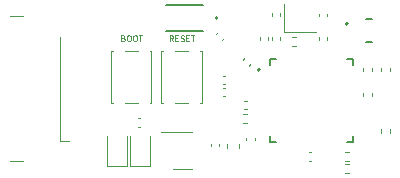
<source format=gbr>
%TF.GenerationSoftware,KiCad,Pcbnew,(6.0.7)*%
%TF.CreationDate,2023-03-11T05:38:16-08:00*%
%TF.ProjectId,ESP_SoC,4553505f-536f-4432-9e6b-696361645f70,rev?*%
%TF.SameCoordinates,Original*%
%TF.FileFunction,Legend,Top*%
%TF.FilePolarity,Positive*%
%FSLAX46Y46*%
G04 Gerber Fmt 4.6, Leading zero omitted, Abs format (unit mm)*
G04 Created by KiCad (PCBNEW (6.0.7)) date 2023-03-11 05:38:16*
%MOMM*%
%LPD*%
G01*
G04 APERTURE LIST*
%ADD10C,0.125000*%
%ADD11C,0.150000*%
%ADD12C,0.120000*%
%ADD13C,0.127000*%
%ADD14C,0.200000*%
G04 APERTURE END LIST*
D10*
X112273809Y-94726190D02*
X112107142Y-94488095D01*
X111988095Y-94726190D02*
X111988095Y-94226190D01*
X112178571Y-94226190D01*
X112226190Y-94250000D01*
X112250000Y-94273809D01*
X112273809Y-94321428D01*
X112273809Y-94392857D01*
X112250000Y-94440476D01*
X112226190Y-94464285D01*
X112178571Y-94488095D01*
X111988095Y-94488095D01*
X112488095Y-94464285D02*
X112654761Y-94464285D01*
X112726190Y-94726190D02*
X112488095Y-94726190D01*
X112488095Y-94226190D01*
X112726190Y-94226190D01*
X112916666Y-94702380D02*
X112988095Y-94726190D01*
X113107142Y-94726190D01*
X113154761Y-94702380D01*
X113178571Y-94678571D01*
X113202380Y-94630952D01*
X113202380Y-94583333D01*
X113178571Y-94535714D01*
X113154761Y-94511904D01*
X113107142Y-94488095D01*
X113011904Y-94464285D01*
X112964285Y-94440476D01*
X112940476Y-94416666D01*
X112916666Y-94369047D01*
X112916666Y-94321428D01*
X112940476Y-94273809D01*
X112964285Y-94250000D01*
X113011904Y-94226190D01*
X113130952Y-94226190D01*
X113202380Y-94250000D01*
X113416666Y-94464285D02*
X113583333Y-94464285D01*
X113654761Y-94726190D02*
X113416666Y-94726190D01*
X113416666Y-94226190D01*
X113654761Y-94226190D01*
X113797619Y-94226190D02*
X114083333Y-94226190D01*
X113940476Y-94726190D02*
X113940476Y-94226190D01*
X108071428Y-94464285D02*
X108142857Y-94488095D01*
X108166666Y-94511904D01*
X108190476Y-94559523D01*
X108190476Y-94630952D01*
X108166666Y-94678571D01*
X108142857Y-94702380D01*
X108095238Y-94726190D01*
X107904761Y-94726190D01*
X107904761Y-94226190D01*
X108071428Y-94226190D01*
X108119047Y-94250000D01*
X108142857Y-94273809D01*
X108166666Y-94321428D01*
X108166666Y-94369047D01*
X108142857Y-94416666D01*
X108119047Y-94440476D01*
X108071428Y-94464285D01*
X107904761Y-94464285D01*
X108500000Y-94226190D02*
X108595238Y-94226190D01*
X108642857Y-94250000D01*
X108690476Y-94297619D01*
X108714285Y-94392857D01*
X108714285Y-94559523D01*
X108690476Y-94654761D01*
X108642857Y-94702380D01*
X108595238Y-94726190D01*
X108500000Y-94726190D01*
X108452380Y-94702380D01*
X108404761Y-94654761D01*
X108380952Y-94559523D01*
X108380952Y-94392857D01*
X108404761Y-94297619D01*
X108452380Y-94250000D01*
X108500000Y-94226190D01*
X109023809Y-94226190D02*
X109119047Y-94226190D01*
X109166666Y-94250000D01*
X109214285Y-94297619D01*
X109238095Y-94392857D01*
X109238095Y-94559523D01*
X109214285Y-94654761D01*
X109166666Y-94702380D01*
X109119047Y-94726190D01*
X109023809Y-94726190D01*
X108976190Y-94702380D01*
X108928571Y-94654761D01*
X108904761Y-94559523D01*
X108904761Y-94392857D01*
X108928571Y-94297619D01*
X108976190Y-94250000D01*
X109023809Y-94226190D01*
X109380952Y-94226190D02*
X109666666Y-94226190D01*
X109523809Y-94726190D02*
X109523809Y-94226190D01*
D11*
%TO.C,*%
D12*
%TO.C,R2*%
X118246359Y-100920000D02*
X118553641Y-100920000D01*
X118246359Y-101680000D02*
X118553641Y-101680000D01*
%TO.C,J1*%
X102720000Y-103150000D02*
X103475000Y-103150000D01*
X102720000Y-103150000D02*
X102720000Y-94350000D01*
X99550000Y-104895000D02*
X98500000Y-104895000D01*
X99550000Y-92605000D02*
X98500000Y-92605000D01*
%TO.C,C2*%
X119640000Y-94607836D02*
X119640000Y-94392164D01*
X120360000Y-94607836D02*
X120360000Y-94392164D01*
%TO.C,R4*%
X126846359Y-104880000D02*
X127153641Y-104880000D01*
X126846359Y-104120000D02*
X127153641Y-104120000D01*
%TO.C,C7*%
X118490000Y-102892164D02*
X118490000Y-103107836D01*
X119210000Y-102892164D02*
X119210000Y-103107836D01*
%TO.C,R3*%
X126846359Y-105880000D02*
X127153641Y-105880000D01*
X126846359Y-105120000D02*
X127153641Y-105120000D01*
%TO.C,C9*%
X125360000Y-94607836D02*
X125360000Y-94392164D01*
X124640000Y-94607836D02*
X124640000Y-94392164D01*
%TO.C,C13*%
X116210000Y-103392164D02*
X116210000Y-103607836D01*
X115490000Y-103392164D02*
X115490000Y-103607836D01*
D13*
%TO.C,U3*%
X128620000Y-94800000D02*
X129110000Y-94800000D01*
X128620000Y-92800000D02*
X129110000Y-92800000D01*
D14*
X127095000Y-93250000D02*
G75*
G03*
X127095000Y-93250000I-100000J0D01*
G01*
D12*
%TO.C,C3*%
X116580810Y-94428307D02*
X116428307Y-94580810D01*
X116071693Y-93919190D02*
X115919190Y-94071693D01*
%TO.C,C15*%
X124640000Y-92392164D02*
X124640000Y-92607836D01*
X125360000Y-92392164D02*
X125360000Y-92607836D01*
D13*
%TO.C,AE1*%
X114850000Y-93840000D02*
X111650000Y-93840000D01*
X114850000Y-91660000D02*
X111650000Y-91660000D01*
D14*
X116050000Y-92750000D02*
G75*
G03*
X116050000Y-92750000I-100000J0D01*
G01*
D12*
%TO.C,R5*%
X130680000Y-97253641D02*
X130680000Y-96946359D01*
X129920000Y-97253641D02*
X129920000Y-96946359D01*
%TO.C,C8*%
X116840000Y-103459420D02*
X116840000Y-103740580D01*
X117860000Y-103459420D02*
X117860000Y-103740580D01*
%TO.C,C6*%
X116707836Y-99360000D02*
X116492164Y-99360000D01*
X116707836Y-98640000D02*
X116492164Y-98640000D01*
%TO.C,C16*%
X129110000Y-99357836D02*
X129110000Y-99142164D01*
X128390000Y-99357836D02*
X128390000Y-99142164D01*
%TO.C,SW2*%
X110330000Y-99950000D02*
X110450000Y-99950000D01*
X107170000Y-95550000D02*
X107050000Y-95550000D01*
X110450000Y-95550000D02*
X110330000Y-95550000D01*
X110450000Y-99950000D02*
X110450000Y-95550000D01*
X107050000Y-95550000D02*
X107050000Y-99950000D01*
X107050000Y-99950000D02*
X107170000Y-99950000D01*
X108180000Y-99950000D02*
X109320000Y-99950000D01*
X109320000Y-95550000D02*
X108180000Y-95550000D01*
%TO.C,D2*%
X108650000Y-105300000D02*
X108650000Y-102750000D01*
X110350000Y-105300000D02*
X110350000Y-102750000D01*
X108650000Y-105300000D02*
X110350000Y-105300000D01*
%TO.C,R7*%
X129130000Y-97253641D02*
X129130000Y-96946359D01*
X128370000Y-97253641D02*
X128370000Y-96946359D01*
%TO.C,SW1*%
X111300000Y-95550000D02*
X111300000Y-99950000D01*
X113570000Y-95550000D02*
X112430000Y-95550000D01*
X112430000Y-99950000D02*
X113570000Y-99950000D01*
X111420000Y-95550000D02*
X111300000Y-95550000D01*
X114700000Y-99950000D02*
X114700000Y-95550000D01*
X114700000Y-95550000D02*
X114580000Y-95550000D01*
X114580000Y-99950000D02*
X114700000Y-99950000D01*
X111300000Y-99950000D02*
X111420000Y-99950000D01*
%TO.C,D1*%
X106650000Y-105300000D02*
X108350000Y-105300000D01*
X106650000Y-105300000D02*
X106650000Y-102750000D01*
X108350000Y-105300000D02*
X108350000Y-102750000D01*
%TO.C,C10*%
X123767164Y-104140000D02*
X123982836Y-104140000D01*
X123767164Y-104860000D02*
X123982836Y-104860000D01*
%TO.C,C5*%
X116707836Y-97640000D02*
X116492164Y-97640000D01*
X116707836Y-98360000D02*
X116492164Y-98360000D01*
%TO.C,U1*%
X113100000Y-105560000D02*
X113900000Y-105560000D01*
X113100000Y-105560000D02*
X112300000Y-105560000D01*
X113100000Y-102440000D02*
X111300000Y-102440000D01*
X113100000Y-102440000D02*
X113900000Y-102440000D01*
%TO.C,C11*%
X118507836Y-99740000D02*
X118292164Y-99740000D01*
X118507836Y-100460000D02*
X118292164Y-100460000D01*
%TO.C,C14*%
X121360000Y-92587836D02*
X121360000Y-92372164D01*
X120640000Y-92587836D02*
X120640000Y-92372164D01*
%TO.C,C1*%
X120640000Y-94607836D02*
X120640000Y-94392164D01*
X121360000Y-94607836D02*
X121360000Y-94392164D01*
%TO.C,R6*%
X130680000Y-102146359D02*
X130680000Y-102453641D01*
X129920000Y-102146359D02*
X129920000Y-102453641D01*
%TO.C,R1*%
X122346359Y-94370000D02*
X122653641Y-94370000D01*
X122346359Y-95130000D02*
X122653641Y-95130000D01*
%TO.C,C4*%
X118830810Y-96678307D02*
X118678307Y-96830810D01*
X118321693Y-96169190D02*
X118169190Y-96321693D01*
D13*
%TO.C,U2*%
X127500000Y-103250000D02*
X127500000Y-102780000D01*
X127500000Y-96250000D02*
X127500000Y-96720000D01*
X120500000Y-96250000D02*
X120970000Y-96250000D01*
X120500000Y-96250000D02*
X120500000Y-96720000D01*
X120500000Y-103250000D02*
X120970000Y-103250000D01*
X120500000Y-103250000D02*
X120500000Y-102780000D01*
X127500000Y-103250000D02*
X127030000Y-103250000D01*
X127500000Y-96250000D02*
X127030000Y-96250000D01*
D14*
X119645000Y-97150000D02*
G75*
G03*
X119645000Y-97150000I-100000J0D01*
G01*
D12*
%TO.C,Y1*%
X121650000Y-93900000D02*
X124350000Y-93900000D01*
X121650000Y-91600000D02*
X121650000Y-93900000D01*
%TO.C,C12*%
X109507836Y-101960000D02*
X109292164Y-101960000D01*
X109507836Y-101240000D02*
X109292164Y-101240000D01*
%TD*%
M02*

</source>
